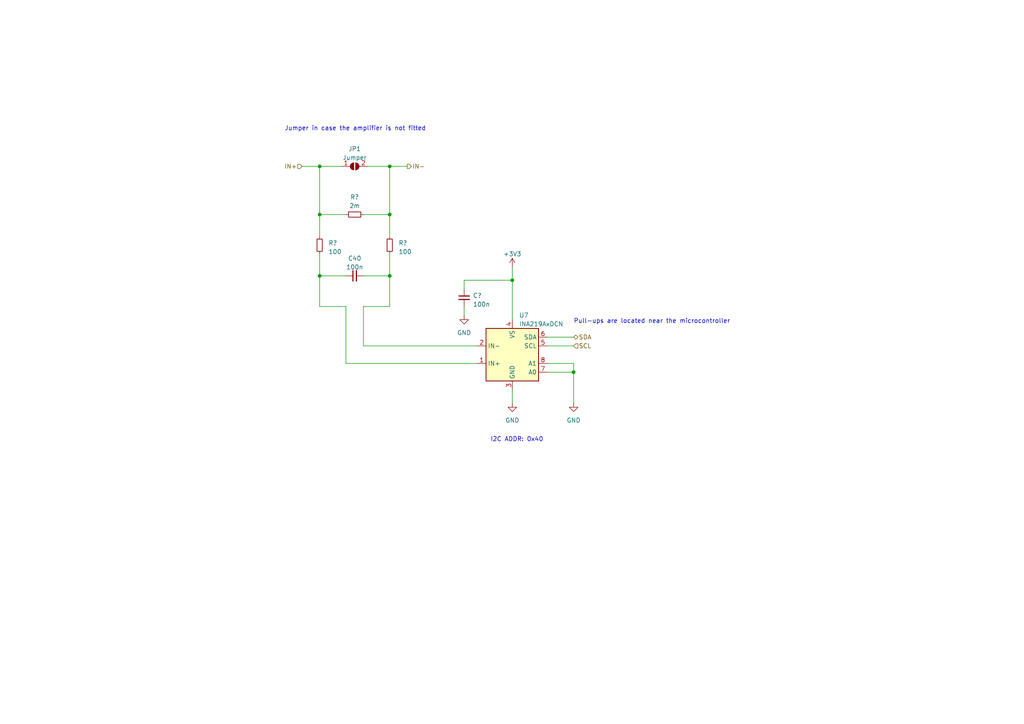
<source format=kicad_sch>
(kicad_sch (version 20230121) (generator eeschema)
  (paper "A4")
  (title_block (title "Current Shunt") (date "2023-03-17") (rev "1") (company "Cuprum77"))
  (lib_symbols
    (symbol "Device:C_Small" (pin_numbers hide) (pin_names (offset 0.254) hide)
      (property "Reference" "C" (at 0.254 1.778 0))
      (property "Value" "C_Small" (at 0.254 -2.032 0))
      (symbol "C_Small_0_1"
        (polyline (pts (xy -1.524 -0.508) (xy 1.524 -0.508)) (stroke (width 0.3302)))
        (polyline (pts (xy -1.524 0.508) (xy 1.524 0.508)) (stroke (width 0.3048)))
      )
      (symbol "C_Small_1_1"
        (pin passive line (at 0 2.54 270) (length 2.032) (name "~") (number "1"))
        (pin passive line (at 0 -2.54 90) (length 2.032) (name "~") (number "2"))
      )
    )
    (symbol "Device:R_Small" (pin_numbers hide) (pin_names (offset 0.254) hide)
      (property "Reference" "R" (at 0.762 0.508 0))
      (property "Value" "R_Small" (at 0.762 -1.016 0))
      (symbol "R_Small_0_1"
        (rectangle (start -0.762 1.778) (end 0.762 -1.778) (stroke (width 0.2032)))
      )
      (symbol "R_Small_1_1"
        (pin passive line (at 0 2.54 270) (length 0.762) (name "~") (number "1"))
        (pin passive line (at 0 -2.54 90) (length 0.762) (name "~") (number "2"))
      )
    )
    (symbol "Jumper:SolderJumper_2_Open" (pin_names (offset 0) hide)
      (property "Reference" "JP" (at 0 2.032 0))
      (property "Value" "SolderJumper_2_Open" (at 0 -2.54 0))
      (symbol "SolderJumper_2_Open_0_1"
        (arc (start -0.254 1.016) (mid -1.2656 0) (end -0.254 -1.016))
        (arc (start -0.254 1.016) (mid -1.2656 0) (end -0.254 -1.016) (fill (type outline)))
        (polyline (pts (xy -0.254 1.016) (xy -0.254 -1.016)))
        (polyline (pts (xy 0.254 1.016) (xy 0.254 -1.016)))
        (arc (start 0.254 -1.016) (mid 1.2656 0) (end 0.254 1.016))
        (arc (start 0.254 -1.016) (mid 1.2656 0) (end 0.254 1.016) (fill (type outline)))
      )
      (symbol "SolderJumper_2_Open_1_1"
        (pin passive line (at -3.81 0 0) (length 2.54) (name "A") (number "1"))
        (pin passive line (at 3.81 0 180) (length 2.54) (name "B") (number "2"))
      )
    )
    (symbol "PCM_4ms_Power-symbol:GND" (power) (pin_names (offset 0))
      (property "Value" "GND" (at 0 -3.81 0))
      (symbol "GND_0_1"
        (polyline (pts (xy 0 0) (xy 0 -1.27) (xy 1.27 -1.27) (xy 0 -2.54) (xy -1.27 -1.27) (xy 0 -1.27)))
      )
      (symbol "GND_1_1"
        (pin power_in line (at 0 0 270) (length 0) hide (name "GND") (number "1"))
      )
    )
    (symbol "Sensor_Energy:INA219AxDCN"
      (property "Reference" "U7" (at 1.9559 11.43 0))
      (property "Value" "INA219AxDCN" (at 1.9559 8.89 0))
      (symbol "INA219AxDCN_0_1"
        (rectangle (start -7.62 7.62) (end 7.62 -7.62) (stroke (width 0.254)) (fill (type background)))
      )
      (symbol "INA219AxDCN_1_1"
        (pin input line (at -10.16 -2.54 0) (length 2.54) (name "IN+") (number "1"))
        (pin input line (at -10.16 2.54 0) (length 2.54) (name "IN-") (number "2"))
        (pin power_in line (at 0 -10.16 90) (length 2.54) (name "GND") (number "3"))
        (pin power_in line (at 0 10.16 270) (length 2.54) (name "VS") (number "4"))
        (pin input line (at 10.16 2.54 180) (length 2.54) (name "SCL") (number "5"))
        (pin bidirectional line (at 10.16 5.08 180) (length 2.54) (name "SDA") (number "6"))
        (pin input line (at 10.16 -5.08 180) (length 2.54) (name "A0") (number "7"))
        (pin input line (at 10.16 -2.54 180) (length 2.54) (name "A1") (number "8"))
      )
    )
    (symbol "power:+3V3" (power) (pin_names (offset 0))
      (property "Value" "+3V3" (at 0 3.556 0))
      (symbol "+3V3_0_1"
        (polyline (pts (xy -0.762 1.27) (xy 0 2.54)))
        (polyline (pts (xy 0 0) (xy 0 2.54)))
        (polyline (pts (xy 0 2.54) (xy 0.762 1.27)))
      )
      (symbol "+3V3_1_1"
        (pin power_in line (at 0 0 90) (length 0) hide (name "+3V3") (number "1"))
      )
    )
  )
  (junction (at 92.71 62.23))
  (junction (at 113.03 48.26))
  (junction (at 166.37 107.95))
  (junction (at 113.03 62.23))
  (junction (at 113.03 80.01))
  (junction (at 148.59 81.28))
  (junction (at 92.71 48.26))
  (junction (at 92.71 80.01))
  (wire (pts (xy 118.11 48.26) (xy 113.03 48.26)))
  (wire (pts (xy 158.75 105.41) (xy 166.37 105.41)))
  (wire (pts (xy 100.33 88.9) (xy 92.71 88.9)))
  (wire (pts (xy 158.75 97.79) (xy 166.37 97.79)))
  (wire (pts (xy 92.71 62.23) (xy 100.33 62.23)))
  (wire (pts (xy 113.03 62.23) (xy 113.03 68.58)))
  (wire (pts (xy 92.71 88.9) (xy 92.71 80.01)))
  (wire (pts (xy 92.71 80.01) (xy 92.71 73.66)))
  (wire (pts (xy 148.59 81.28) (xy 148.59 92.71)))
  (wire (pts (xy 113.03 73.66) (xy 113.03 80.01)))
  (wire (pts (xy 113.03 80.01) (xy 113.03 88.9)))
  (wire (pts (xy 100.33 80.01) (xy 92.71 80.01)))
  (wire (pts (xy 105.41 100.33) (xy 138.43 100.33)))
  (wire (pts (xy 105.41 88.9) (xy 113.03 88.9)))
  (wire (pts (xy 113.03 48.26) (xy 113.03 62.23)))
  (wire (pts (xy 105.41 62.23) (xy 113.03 62.23)))
  (wire (pts (xy 158.75 100.33) (xy 166.37 100.33)))
  (wire (pts (xy 148.59 77.47) (xy 148.59 81.28)))
  (wire (pts (xy 134.62 83.82) (xy 134.62 81.28)))
  (wire (pts (xy 92.71 48.26) (xy 92.71 62.23)))
  (wire (pts (xy 100.33 88.9) (xy 100.33 105.41)))
  (wire (pts (xy 106.68 48.26) (xy 113.03 48.26)))
  (wire (pts (xy 134.62 81.28) (xy 148.59 81.28)))
  (wire (pts (xy 92.71 48.26) (xy 99.06 48.26)))
  (wire (pts (xy 113.03 80.01) (xy 105.41 80.01)))
  (wire (pts (xy 105.41 88.9) (xy 105.41 100.33)))
  (wire (pts (xy 166.37 105.41) (xy 166.37 107.95)))
  (wire (pts (xy 166.37 107.95) (xy 166.37 116.84)))
  (wire (pts (xy 148.59 113.03) (xy 148.59 116.84)))
  (wire (pts (xy 134.62 88.9) (xy 134.62 91.44)))
  (wire (pts (xy 92.71 62.23) (xy 92.71 68.58)))
  (wire (pts (xy 100.33 105.41) (xy 138.43 105.41)))
  (wire (pts (xy 92.71 48.26) (xy 87.63 48.26)))
  (wire (pts (xy 158.75 107.95) (xy 166.37 107.95)))
  (text "Jumper in case the amplifier is not fitted" (at 82.55 38.1 0) (effects (font (size 1.27 1.27)) (justify left bottom)))
  (text "I2C ADDR: 0x40" (at 142.24 128.27 0) (effects (font (size 1.27 1.27)) (justify left bottom)))
  (text "Pull-ups are located near the microcontroller" (at 166.37 93.98 0) (effects (font (size 1.27 1.27)) (justify left bottom)))
  (hierarchical_label "IN-" (shape output) (at 118.11 48.26 0))
  (hierarchical_label "SCL" (shape input) (at 166.37 100.33 0))
  (hierarchical_label "SDA" (shape bidirectional) (at 166.37 97.79 0))
  (hierarchical_label "IN+" (shape input) (at 87.63 48.26 180))
  (symbol (lib_id "Device:R_Small") (at 92.71 71.12 180) (unit 1)
    (property "Reference" "R?" (at 95.25 70.485 0) (effects (justify right)))
    (property "Value" "100" (at 95.25 73.025 0) (effects (justify right)))
    (property "Footprint" "Cuprum:R_0603_1608Metric" (effects hide))
    (instances (project "USB-PD" (path "" (reference "R?") (unit 1)) (path "" (reference "R9") (unit 1)) (path "" (reference "R9") (unit 1)) (path "" (reference "R17") (unit 1))))
  )
  (symbol (lib_id "Device:C_Small") (at 134.62 86.36 0) (unit 1)
    (property "Reference" "C?" (at 137.16 85.7313 0) (effects (justify left)))
    (property "Value" "100n" (at 137.16 88.2713 0) (effects (justify left)))
    (property "Footprint" "KiCAD Library:C_0603_1608Metric" (effects hide))
    (instances (project "USB-PD" (path "" (reference "C?") (unit 1)) (path "" (reference "C34") (unit 1)) (path "" (reference "C36") (unit 1))))
  )
  (symbol (lib_id "Device:R_Small") (at 102.87 62.23 90) (unit 1)
    (property "Reference" "R?" (at 102.87 57.15 90))
    (property "Value" "2m" (at 102.87 59.69 90))
    (property "Footprint" "Resistor_SMD:R_1206_3216Metric" (effects hide))
    (instances (project "USB-PD" (path "" (reference "R?") (unit 1)) (path "" (reference "R9") (unit 1)) (path "" (reference "R9") (unit 1)) (path "" (reference "R16") (unit 1))))
  )
  (symbol (lib_id "PCM_4ms_Power-symbol:GND") (at 166.37 116.84 0) (unit 1)
    (property "Reference" "#PWR036" (effects hide))
    (property "Value" "GND" (at 166.37 121.92 0))
  )
  (symbol (lib_id "power:+3V3") (at 148.59 77.47 0) (unit 1)
    (property "Reference" "#PWR?" (effects hide))
    (property "Value" "+3V3" (at 148.59 73.66 0))
    (instances (project "USB-PD" (path "" (reference "#PWR?") (unit 1)) (path "" (reference "#PWR010") (unit 1)) (path "" (reference "#PWR035") (unit 1))))
  )
  (symbol (lib_id "Device:C_Small") (at 102.87 80.01 90) (unit 1)
    (property "Reference" "C40" (at 102.8763 74.93 90))
    (property "Value" "100n" (at 102.8763 77.47 90))
    (property "Footprint" "KiCAD Library:C_0603_1608Metric" (effects hide))
  )
  (symbol (lib_id "Device:R_Small") (at 113.03 71.12 180) (unit 1)
    (property "Reference" "R?" (at 115.57 70.485 0) (effects (justify right)))
    (property "Value" "100" (at 115.57 73.025 0) (effects (justify right)))
    (property "Footprint" "Cuprum:R_0603_1608Metric" (effects hide))
    (instances (project "USB-PD" (path "" (reference "R?") (unit 1)) (path "" (reference "R9") (unit 1)) (path "" (reference "R9") (unit 1)) (path "" (reference "R18") (unit 1))))
  )
  (symbol (lib_id "PCM_4ms_Power-symbol:GND") (at 134.62 91.44 0) (unit 1)
    (property "Reference" "#PWR034" (effects hide))
    (property "Value" "GND" (at 134.62 96.52 0))
  )
  (symbol (lib_id "Sensor_Energy:INA219AxDCN") (at 148.59 102.87 0) (unit 1)
    (property "Reference" "U7" (at 150.5459 91.44 0) (effects (justify left)))
    (property "Value" "INA219AxDCN" (at 150.5459 93.98 0) (effects (justify left)))
    (property "Footprint" "Package_TO_SOT_SMD:SOT-23-8" (effects hide))
    (property "Datasheet" "http://www.ti.com/lit/ds/symlink/ina219.pdf" (effects hide))
  )
  (symbol (lib_id "PCM_4ms_Power-symbol:GND") (at 148.59 116.84 0) (unit 1)
    (property "Reference" "#PWR033" (effects hide))
    (property "Value" "GND" (at 148.59 121.92 0))
  )
  (symbol (lib_id "Jumper:SolderJumper_2_Open") (at 102.87 48.26 0) (unit 1)
    (property "Reference" "JP1" (at 102.87 43.18 0))
    (property "Value" "Jumper" (at 102.87 45.72 0))
    (property "Footprint" "Jumper:SolderJumper-2_P1.3mm_Open_RoundedPad1.0x1.5mm" (effects hide))
  )
)
</source>
